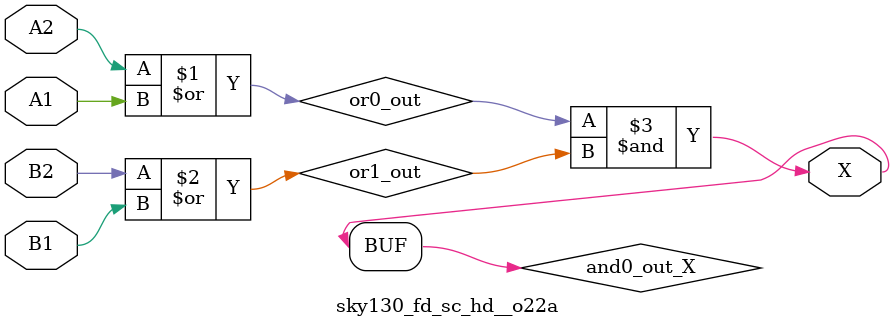
<source format=v>
/*
 * Copyright 2020 The SkyWater PDK Authors
 *
 * Licensed under the Apache License, Version 2.0 (the "License");
 * you may not use this file except in compliance with the License.
 * You may obtain a copy of the License at
 *
 *     https://www.apache.org/licenses/LICENSE-2.0
 *
 * Unless required by applicable law or agreed to in writing, software
 * distributed under the License is distributed on an "AS IS" BASIS,
 * WITHOUT WARRANTIES OR CONDITIONS OF ANY KIND, either express or implied.
 * See the License for the specific language governing permissions and
 * limitations under the License.
 *
 * SPDX-License-Identifier: Apache-2.0
*/


`ifndef SKY130_FD_SC_HD__O22A_FUNCTIONAL_V
`define SKY130_FD_SC_HD__O22A_FUNCTIONAL_V

/**
 * o22a: 2-input OR into both inputs of 2-input AND.
 *
 *       X = ((A1 | A2) & (B1 | B2))
 *
 * Verilog simulation functional model.
 */

`timescale 1ns / 1ps
`default_nettype none

`celldefine
module sky130_fd_sc_hd__o22a (
    X ,
    A1,
    A2,
    B1,
    B2
);

    // Module ports
    output X ;
    input  A1;
    input  A2;
    input  B1;
    input  B2;

    // Local signals
    wire or0_out   ;
    wire or1_out   ;
    wire and0_out_X;

    //  Name  Output      Other arguments
    or  or0  (or0_out   , A2, A1          );
    or  or1  (or1_out   , B2, B1          );
    and and0 (and0_out_X, or0_out, or1_out);
    buf buf0 (X         , and0_out_X      );

endmodule
`endcelldefine

`default_nettype wire
`endif  // SKY130_FD_SC_HD__O22A_FUNCTIONAL_V

</source>
